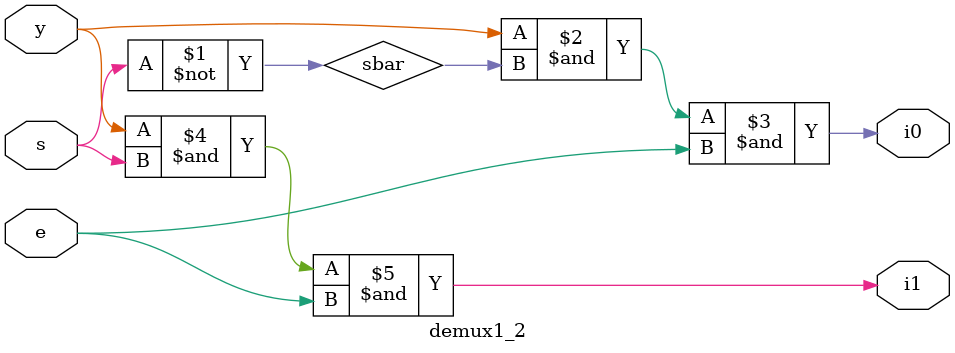
<source format=v>
module demux1_2(input s,y,e,output i0,i1);

wire sbar;

assign sbar=~s;

//dataflow model

assign i0=y&sbar&e;
assign i1=y&s&e;

endmodule
</source>
